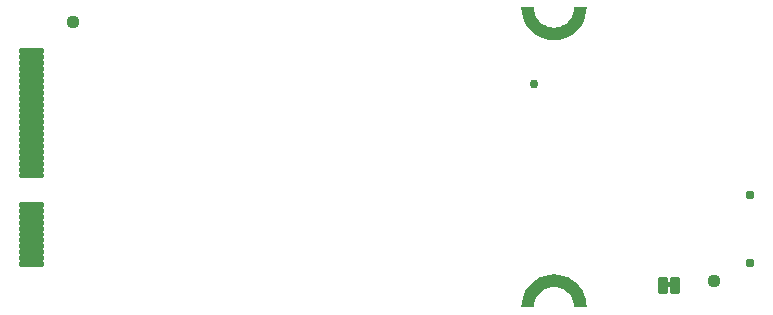
<source format=gbs>
G04 EAGLE Gerber RS-274X export*
G75*
%MOMM*%
%FSLAX34Y34*%
%LPD*%
%INSoldermask Bottom*%
%IPPOS*%
%AMOC8*
5,1,8,0,0,1.08239X$1,22.5*%
G01*
%ADD10C,1.127000*%
%ADD11C,0.228959*%
%ADD12C,0.581000*%
%ADD13C,0.762000*%
%ADD14C,0.777000*%
%ADD15C,0.228344*%

G36*
X462251Y226479D02*
X462251Y226479D01*
X462261Y226483D01*
X462287Y226484D01*
X466121Y227318D01*
X466129Y227323D01*
X466155Y227328D01*
X469831Y228700D01*
X469839Y228705D01*
X469863Y228714D01*
X473307Y230595D01*
X473314Y230602D01*
X473337Y230614D01*
X476478Y232965D01*
X476484Y232973D01*
X476505Y232989D01*
X479279Y235763D01*
X479284Y235772D01*
X479303Y235790D01*
X481654Y238931D01*
X481657Y238940D01*
X481673Y238961D01*
X483554Y242405D01*
X483556Y242414D01*
X483568Y242437D01*
X484940Y246113D01*
X484940Y246123D01*
X484950Y246147D01*
X485784Y249981D01*
X485783Y249991D01*
X485789Y250017D01*
X486069Y253930D01*
X486063Y253956D01*
X486067Y253981D01*
X486049Y254023D01*
X486039Y254067D01*
X486021Y254085D01*
X486010Y254109D01*
X485972Y254134D01*
X485941Y254166D01*
X485915Y254172D01*
X485894Y254186D01*
X485820Y254197D01*
X475820Y254197D01*
X475813Y254195D01*
X475806Y254197D01*
X475747Y254176D01*
X475686Y254158D01*
X475681Y254153D01*
X475674Y254150D01*
X475636Y254100D01*
X475594Y254053D01*
X475593Y254046D01*
X475588Y254040D01*
X475572Y253968D01*
X475358Y251250D01*
X474726Y248617D01*
X473690Y246117D01*
X472276Y243809D01*
X470518Y241750D01*
X468459Y239992D01*
X466151Y238578D01*
X463651Y237542D01*
X461018Y236910D01*
X458320Y236698D01*
X455622Y236910D01*
X452989Y237542D01*
X450489Y238578D01*
X448181Y239992D01*
X446122Y241750D01*
X446069Y241813D01*
X445643Y242312D01*
X445430Y242561D01*
X445217Y242810D01*
X445004Y243060D01*
X444579Y243558D01*
X444578Y243558D01*
X444366Y243807D01*
X444364Y243809D01*
X442950Y246117D01*
X441914Y248617D01*
X441282Y251250D01*
X441068Y253968D01*
X441066Y253974D01*
X441067Y253981D01*
X441041Y254039D01*
X441019Y254098D01*
X441013Y254103D01*
X441010Y254109D01*
X440957Y254144D01*
X440907Y254182D01*
X440900Y254182D01*
X440894Y254186D01*
X440820Y254197D01*
X430820Y254197D01*
X430795Y254190D01*
X430769Y254192D01*
X430729Y254171D01*
X430686Y254158D01*
X430669Y254138D01*
X430646Y254126D01*
X430624Y254087D01*
X430594Y254053D01*
X430590Y254027D01*
X430577Y254004D01*
X430571Y253930D01*
X430851Y250017D01*
X430855Y250007D01*
X430856Y249981D01*
X431690Y246147D01*
X431695Y246139D01*
X431700Y246113D01*
X433072Y242437D01*
X433077Y242429D01*
X433086Y242405D01*
X434967Y238961D01*
X434974Y238954D01*
X434986Y238931D01*
X437337Y235790D01*
X437345Y235784D01*
X437361Y235763D01*
X440135Y232989D01*
X440144Y232984D01*
X440162Y232965D01*
X443303Y230614D01*
X443312Y230611D01*
X443333Y230595D01*
X446777Y228714D01*
X446786Y228712D01*
X446809Y228700D01*
X450485Y227328D01*
X450495Y227328D01*
X450519Y227318D01*
X454353Y226484D01*
X454363Y226485D01*
X454389Y226479D01*
X458302Y226199D01*
X458312Y226201D01*
X458338Y226199D01*
X462251Y226479D01*
G37*
G36*
X440887Y-195D02*
X440887Y-195D01*
X440894Y-197D01*
X440953Y-176D01*
X441014Y-158D01*
X441019Y-153D01*
X441026Y-150D01*
X441065Y-100D01*
X441106Y-53D01*
X441107Y-46D01*
X441112Y-40D01*
X441128Y32D01*
X441342Y2750D01*
X441974Y5383D01*
X443010Y7883D01*
X444424Y10191D01*
X446182Y12250D01*
X448241Y14008D01*
X450549Y15422D01*
X453049Y16458D01*
X455682Y17090D01*
X458380Y17302D01*
X461078Y17090D01*
X463711Y16458D01*
X466211Y15422D01*
X468519Y14008D01*
X470578Y12250D01*
X470702Y12104D01*
X470915Y11855D01*
X471340Y11356D01*
X471341Y11356D01*
X471553Y11107D01*
X471766Y10858D01*
X471979Y10609D01*
X472192Y10359D01*
X472336Y10191D01*
X473750Y7883D01*
X474786Y5383D01*
X475418Y2750D01*
X475632Y32D01*
X475634Y26D01*
X475633Y19D01*
X475659Y-39D01*
X475681Y-98D01*
X475687Y-103D01*
X475690Y-109D01*
X475743Y-144D01*
X475793Y-182D01*
X475801Y-182D01*
X475807Y-186D01*
X475880Y-197D01*
X485880Y-197D01*
X485905Y-190D01*
X485931Y-192D01*
X485971Y-171D01*
X486014Y-158D01*
X486031Y-138D01*
X486054Y-126D01*
X486076Y-87D01*
X486106Y-53D01*
X486110Y-27D01*
X486123Y-4D01*
X486129Y70D01*
X485849Y3983D01*
X485845Y3993D01*
X485844Y4019D01*
X485010Y7853D01*
X485005Y7861D01*
X485000Y7887D01*
X483628Y11563D01*
X483623Y11571D01*
X483614Y11595D01*
X481733Y15039D01*
X481726Y15046D01*
X481714Y15069D01*
X479363Y18210D01*
X479355Y18216D01*
X479339Y18237D01*
X476565Y21011D01*
X476556Y21016D01*
X476538Y21035D01*
X473397Y23386D01*
X473388Y23389D01*
X473367Y23405D01*
X469923Y25286D01*
X469914Y25288D01*
X469891Y25300D01*
X466215Y26672D01*
X466205Y26672D01*
X466181Y26682D01*
X462347Y27516D01*
X462337Y27515D01*
X462311Y27521D01*
X458398Y27801D01*
X458388Y27799D01*
X458362Y27801D01*
X454449Y27521D01*
X454439Y27517D01*
X454413Y27516D01*
X450579Y26682D01*
X450571Y26677D01*
X450545Y26672D01*
X446869Y25300D01*
X446861Y25295D01*
X446837Y25286D01*
X443393Y23405D01*
X443386Y23398D01*
X443363Y23386D01*
X440222Y21035D01*
X440216Y21027D01*
X440195Y21011D01*
X437421Y18237D01*
X437416Y18228D01*
X437397Y18210D01*
X435046Y15069D01*
X435043Y15060D01*
X435027Y15039D01*
X433146Y11595D01*
X433144Y11586D01*
X433132Y11563D01*
X431760Y7887D01*
X431760Y7877D01*
X431750Y7853D01*
X430916Y4019D01*
X430917Y4009D01*
X430911Y3983D01*
X430631Y70D01*
X430637Y44D01*
X430633Y19D01*
X430651Y-23D01*
X430661Y-67D01*
X430679Y-85D01*
X430690Y-109D01*
X430728Y-134D01*
X430759Y-166D01*
X430785Y-172D01*
X430807Y-186D01*
X430880Y-197D01*
X440880Y-197D01*
X440887Y-195D01*
G37*
G36*
X557214Y17157D02*
X557214Y17157D01*
X557280Y17159D01*
X557323Y17177D01*
X557370Y17185D01*
X557427Y17219D01*
X557487Y17244D01*
X557522Y17275D01*
X557563Y17300D01*
X557605Y17351D01*
X557653Y17395D01*
X557675Y17437D01*
X557704Y17474D01*
X557725Y17536D01*
X557756Y17595D01*
X557764Y17649D01*
X557776Y17686D01*
X557775Y17726D01*
X557783Y17780D01*
X557783Y20320D01*
X557772Y20385D01*
X557770Y20451D01*
X557752Y20494D01*
X557744Y20541D01*
X557710Y20598D01*
X557685Y20658D01*
X557654Y20693D01*
X557629Y20734D01*
X557578Y20776D01*
X557534Y20824D01*
X557492Y20846D01*
X557455Y20875D01*
X557393Y20896D01*
X557334Y20927D01*
X557280Y20935D01*
X557243Y20947D01*
X557203Y20946D01*
X557149Y20954D01*
X553339Y20954D01*
X553274Y20943D01*
X553208Y20941D01*
X553165Y20923D01*
X553118Y20915D01*
X553061Y20881D01*
X553001Y20856D01*
X552966Y20825D01*
X552925Y20800D01*
X552884Y20749D01*
X552835Y20705D01*
X552813Y20663D01*
X552784Y20626D01*
X552763Y20564D01*
X552732Y20505D01*
X552724Y20451D01*
X552712Y20414D01*
X552712Y20411D01*
X552713Y20374D01*
X552705Y20320D01*
X552705Y17780D01*
X552716Y17715D01*
X552718Y17649D01*
X552736Y17606D01*
X552744Y17559D01*
X552778Y17502D01*
X552803Y17442D01*
X552834Y17407D01*
X552859Y17366D01*
X552910Y17325D01*
X552954Y17276D01*
X552996Y17254D01*
X553033Y17225D01*
X553095Y17204D01*
X553154Y17173D01*
X553208Y17165D01*
X553245Y17153D01*
X553285Y17154D01*
X553339Y17146D01*
X557149Y17146D01*
X557214Y17157D01*
G37*
D10*
X50800Y241300D03*
X593852Y22352D03*
D11*
X6010Y35760D02*
X6010Y38240D01*
X24490Y38240D01*
X24490Y35760D01*
X6010Y35760D01*
X6010Y37935D02*
X24490Y37935D01*
X6010Y40760D02*
X6010Y43240D01*
X24490Y43240D01*
X24490Y40760D01*
X6010Y40760D01*
X6010Y42935D02*
X24490Y42935D01*
X6010Y45760D02*
X6010Y48240D01*
X24490Y48240D01*
X24490Y45760D01*
X6010Y45760D01*
X6010Y47935D02*
X24490Y47935D01*
X6010Y50760D02*
X6010Y53240D01*
X24490Y53240D01*
X24490Y50760D01*
X6010Y50760D01*
X6010Y52935D02*
X24490Y52935D01*
X6010Y55760D02*
X6010Y58240D01*
X24490Y58240D01*
X24490Y55760D01*
X6010Y55760D01*
X6010Y57935D02*
X24490Y57935D01*
X6010Y60760D02*
X6010Y63240D01*
X24490Y63240D01*
X24490Y60760D01*
X6010Y60760D01*
X6010Y62935D02*
X24490Y62935D01*
X6010Y65760D02*
X6010Y68240D01*
X24490Y68240D01*
X24490Y65760D01*
X6010Y65760D01*
X6010Y67935D02*
X24490Y67935D01*
X6010Y70760D02*
X6010Y73240D01*
X24490Y73240D01*
X24490Y70760D01*
X6010Y70760D01*
X6010Y72935D02*
X24490Y72935D01*
X6010Y75760D02*
X6010Y78240D01*
X24490Y78240D01*
X24490Y75760D01*
X6010Y75760D01*
X6010Y77935D02*
X24490Y77935D01*
X6010Y80760D02*
X6010Y83240D01*
X24490Y83240D01*
X24490Y80760D01*
X6010Y80760D01*
X6010Y82935D02*
X24490Y82935D01*
X6010Y85760D02*
X6010Y88240D01*
X24490Y88240D01*
X24490Y85760D01*
X6010Y85760D01*
X6010Y87935D02*
X24490Y87935D01*
X6010Y110760D02*
X6010Y113240D01*
X24490Y113240D01*
X24490Y110760D01*
X6010Y110760D01*
X6010Y112935D02*
X24490Y112935D01*
X6010Y115760D02*
X6010Y118240D01*
X24490Y118240D01*
X24490Y115760D01*
X6010Y115760D01*
X6010Y117935D02*
X24490Y117935D01*
X6010Y120760D02*
X6010Y123240D01*
X24490Y123240D01*
X24490Y120760D01*
X6010Y120760D01*
X6010Y122935D02*
X24490Y122935D01*
X6010Y125760D02*
X6010Y128240D01*
X24490Y128240D01*
X24490Y125760D01*
X6010Y125760D01*
X6010Y127935D02*
X24490Y127935D01*
X6010Y130760D02*
X6010Y133240D01*
X24490Y133240D01*
X24490Y130760D01*
X6010Y130760D01*
X6010Y132935D02*
X24490Y132935D01*
X6010Y135760D02*
X6010Y138240D01*
X24490Y138240D01*
X24490Y135760D01*
X6010Y135760D01*
X6010Y137935D02*
X24490Y137935D01*
X6010Y140760D02*
X6010Y143240D01*
X24490Y143240D01*
X24490Y140760D01*
X6010Y140760D01*
X6010Y142935D02*
X24490Y142935D01*
X6010Y145760D02*
X6010Y148240D01*
X24490Y148240D01*
X24490Y145760D01*
X6010Y145760D01*
X6010Y147935D02*
X24490Y147935D01*
X6010Y150760D02*
X6010Y153240D01*
X24490Y153240D01*
X24490Y150760D01*
X6010Y150760D01*
X6010Y152935D02*
X24490Y152935D01*
X6010Y155760D02*
X6010Y158240D01*
X24490Y158240D01*
X24490Y155760D01*
X6010Y155760D01*
X6010Y157935D02*
X24490Y157935D01*
X6010Y160760D02*
X6010Y163240D01*
X24490Y163240D01*
X24490Y160760D01*
X6010Y160760D01*
X6010Y162935D02*
X24490Y162935D01*
X6010Y165760D02*
X6010Y168240D01*
X24490Y168240D01*
X24490Y165760D01*
X6010Y165760D01*
X6010Y167935D02*
X24490Y167935D01*
X6010Y170760D02*
X6010Y173240D01*
X24490Y173240D01*
X24490Y170760D01*
X6010Y170760D01*
X6010Y172935D02*
X24490Y172935D01*
X6010Y175760D02*
X6010Y178240D01*
X24490Y178240D01*
X24490Y175760D01*
X6010Y175760D01*
X6010Y177935D02*
X24490Y177935D01*
X6010Y180760D02*
X6010Y183240D01*
X24490Y183240D01*
X24490Y180760D01*
X6010Y180760D01*
X6010Y182935D02*
X24490Y182935D01*
X6010Y185760D02*
X6010Y188240D01*
X24490Y188240D01*
X24490Y185760D01*
X6010Y185760D01*
X6010Y187935D02*
X24490Y187935D01*
X6010Y190760D02*
X6010Y193240D01*
X24490Y193240D01*
X24490Y190760D01*
X6010Y190760D01*
X6010Y192935D02*
X24490Y192935D01*
X6010Y195760D02*
X6010Y198240D01*
X24490Y198240D01*
X24490Y195760D01*
X6010Y195760D01*
X6010Y197935D02*
X24490Y197935D01*
X6010Y200760D02*
X6010Y203240D01*
X24490Y203240D01*
X24490Y200760D01*
X6010Y200760D01*
X6010Y202935D02*
X24490Y202935D01*
X6010Y205760D02*
X6010Y208240D01*
X24490Y208240D01*
X24490Y205760D01*
X6010Y205760D01*
X6010Y207935D02*
X24490Y207935D01*
X6010Y210760D02*
X6010Y213240D01*
X24490Y213240D01*
X24490Y210760D01*
X6010Y210760D01*
X6010Y212935D02*
X24490Y212935D01*
X6010Y215760D02*
X6010Y218240D01*
X24490Y218240D01*
X24490Y215760D01*
X6010Y215760D01*
X6010Y217935D02*
X24490Y217935D01*
D12*
X479380Y10052D03*
X437380Y10052D03*
X458380Y23052D03*
X437320Y243948D03*
X479320Y243948D03*
X458320Y230948D03*
D13*
X441452Y189230D03*
D14*
X624050Y37140D03*
X624050Y94940D03*
D15*
X552833Y13206D02*
X547241Y13206D01*
X547241Y24894D01*
X552833Y24894D01*
X552833Y13206D01*
X552833Y15375D02*
X547241Y15375D01*
X547241Y17544D02*
X552833Y17544D01*
X552833Y19713D02*
X547241Y19713D01*
X547241Y21882D02*
X552833Y21882D01*
X552833Y24051D02*
X547241Y24051D01*
X557655Y13206D02*
X563247Y13206D01*
X557655Y13206D02*
X557655Y24894D01*
X563247Y24894D01*
X563247Y13206D01*
X563247Y15375D02*
X557655Y15375D01*
X557655Y17544D02*
X563247Y17544D01*
X563247Y19713D02*
X557655Y19713D01*
X557655Y21882D02*
X563247Y21882D01*
X563247Y24051D02*
X557655Y24051D01*
M02*

</source>
